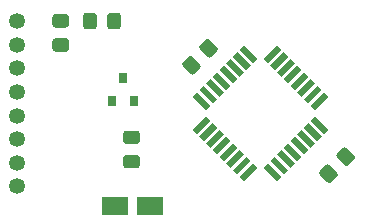
<source format=gbr>
%TF.GenerationSoftware,KiCad,Pcbnew,(5.1.9-0-10_14)*%
%TF.CreationDate,2021-08-12T09:32:14+02:00*%
%TF.ProjectId,HB-SCI-x-MSP,48422d53-4349-42d7-982d-4d53502e6b69,rev?*%
%TF.SameCoordinates,Original*%
%TF.FileFunction,Paste,Bot*%
%TF.FilePolarity,Positive*%
%FSLAX46Y46*%
G04 Gerber Fmt 4.6, Leading zero omitted, Abs format (unit mm)*
G04 Created by KiCad (PCBNEW (5.1.9-0-10_14)) date 2021-08-12 09:32:14*
%MOMM*%
%LPD*%
G01*
G04 APERTURE LIST*
%ADD10C,1.350000*%
%ADD11C,0.100000*%
%ADD12R,0.800000X0.900000*%
%ADD13R,2.200000X1.500000*%
G04 APERTURE END LIST*
D10*
%TO.C,U3*%
X62700000Y-51800000D03*
X62700000Y-37800000D03*
X62700000Y-39800000D03*
X62700000Y-41800000D03*
X62700000Y-43800000D03*
X62700000Y-45800000D03*
X62700000Y-47800000D03*
X62700000Y-49800000D03*
%TD*%
D11*
%TO.C,U1*%
G36*
X87943872Y-45344835D02*
G01*
X87554963Y-44955926D01*
X88686334Y-43824555D01*
X89075243Y-44213464D01*
X87943872Y-45344835D01*
G37*
G36*
X87378186Y-44779150D02*
G01*
X86989277Y-44390241D01*
X88120648Y-43258870D01*
X88509557Y-43647779D01*
X87378186Y-44779150D01*
G37*
G36*
X86812501Y-44213464D02*
G01*
X86423592Y-43824555D01*
X87554963Y-42693184D01*
X87943872Y-43082093D01*
X86812501Y-44213464D01*
G37*
G36*
X86246816Y-43647779D02*
G01*
X85857907Y-43258870D01*
X86989278Y-42127499D01*
X87378187Y-42516408D01*
X86246816Y-43647779D01*
G37*
G36*
X85681130Y-43082093D02*
G01*
X85292221Y-42693184D01*
X86423592Y-41561813D01*
X86812501Y-41950722D01*
X85681130Y-43082093D01*
G37*
G36*
X85115445Y-42516408D02*
G01*
X84726536Y-42127499D01*
X85857907Y-40996128D01*
X86246816Y-41385037D01*
X85115445Y-42516408D01*
G37*
G36*
X84549759Y-41950723D02*
G01*
X84160850Y-41561814D01*
X85292221Y-40430443D01*
X85681130Y-40819352D01*
X84549759Y-41950723D01*
G37*
G36*
X83984074Y-41385037D02*
G01*
X83595165Y-40996128D01*
X84726536Y-39864757D01*
X85115445Y-40253666D01*
X83984074Y-41385037D01*
G37*
G36*
X83064835Y-40996128D02*
G01*
X82675926Y-41385037D01*
X81544555Y-40253666D01*
X81933464Y-39864757D01*
X83064835Y-40996128D01*
G37*
G36*
X82499150Y-41561814D02*
G01*
X82110241Y-41950723D01*
X80978870Y-40819352D01*
X81367779Y-40430443D01*
X82499150Y-41561814D01*
G37*
G36*
X81933464Y-42127499D02*
G01*
X81544555Y-42516408D01*
X80413184Y-41385037D01*
X80802093Y-40996128D01*
X81933464Y-42127499D01*
G37*
G36*
X81367779Y-42693184D02*
G01*
X80978870Y-43082093D01*
X79847499Y-41950722D01*
X80236408Y-41561813D01*
X81367779Y-42693184D01*
G37*
G36*
X80802093Y-43258870D02*
G01*
X80413184Y-43647779D01*
X79281813Y-42516408D01*
X79670722Y-42127499D01*
X80802093Y-43258870D01*
G37*
G36*
X80236408Y-43824555D02*
G01*
X79847499Y-44213464D01*
X78716128Y-43082093D01*
X79105037Y-42693184D01*
X80236408Y-43824555D01*
G37*
G36*
X79670723Y-44390241D02*
G01*
X79281814Y-44779150D01*
X78150443Y-43647779D01*
X78539352Y-43258870D01*
X79670723Y-44390241D01*
G37*
G36*
X79105037Y-44955926D02*
G01*
X78716128Y-45344835D01*
X77584757Y-44213464D01*
X77973666Y-43824555D01*
X79105037Y-44955926D01*
G37*
G36*
X77973666Y-47395445D02*
G01*
X77584757Y-47006536D01*
X78716128Y-45875165D01*
X79105037Y-46264074D01*
X77973666Y-47395445D01*
G37*
G36*
X78539352Y-47961130D02*
G01*
X78150443Y-47572221D01*
X79281814Y-46440850D01*
X79670723Y-46829759D01*
X78539352Y-47961130D01*
G37*
G36*
X79105037Y-48526816D02*
G01*
X78716128Y-48137907D01*
X79847499Y-47006536D01*
X80236408Y-47395445D01*
X79105037Y-48526816D01*
G37*
G36*
X79670722Y-49092501D02*
G01*
X79281813Y-48703592D01*
X80413184Y-47572221D01*
X80802093Y-47961130D01*
X79670722Y-49092501D01*
G37*
G36*
X80236408Y-49658187D02*
G01*
X79847499Y-49269278D01*
X80978870Y-48137907D01*
X81367779Y-48526816D01*
X80236408Y-49658187D01*
G37*
G36*
X80802093Y-50223872D02*
G01*
X80413184Y-49834963D01*
X81544555Y-48703592D01*
X81933464Y-49092501D01*
X80802093Y-50223872D01*
G37*
G36*
X81367779Y-50789557D02*
G01*
X80978870Y-50400648D01*
X82110241Y-49269277D01*
X82499150Y-49658186D01*
X81367779Y-50789557D01*
G37*
G36*
X81933464Y-51355243D02*
G01*
X81544555Y-50966334D01*
X82675926Y-49834963D01*
X83064835Y-50223872D01*
X81933464Y-51355243D01*
G37*
G36*
X85115445Y-50966334D02*
G01*
X84726536Y-51355243D01*
X83595165Y-50223872D01*
X83984074Y-49834963D01*
X85115445Y-50966334D01*
G37*
G36*
X85681130Y-50400648D02*
G01*
X85292221Y-50789557D01*
X84160850Y-49658186D01*
X84549759Y-49269277D01*
X85681130Y-50400648D01*
G37*
G36*
X86246816Y-49834963D02*
G01*
X85857907Y-50223872D01*
X84726536Y-49092501D01*
X85115445Y-48703592D01*
X86246816Y-49834963D01*
G37*
G36*
X86812501Y-49269278D02*
G01*
X86423592Y-49658187D01*
X85292221Y-48526816D01*
X85681130Y-48137907D01*
X86812501Y-49269278D01*
G37*
G36*
X87378187Y-48703592D02*
G01*
X86989278Y-49092501D01*
X85857907Y-47961130D01*
X86246816Y-47572221D01*
X87378187Y-48703592D01*
G37*
G36*
X87943872Y-48137907D02*
G01*
X87554963Y-48526816D01*
X86423592Y-47395445D01*
X86812501Y-47006536D01*
X87943872Y-48137907D01*
G37*
G36*
X88509557Y-47572221D02*
G01*
X88120648Y-47961130D01*
X86989277Y-46829759D01*
X87378186Y-46440850D01*
X88509557Y-47572221D01*
G37*
G36*
X89075243Y-47006536D02*
G01*
X88686334Y-47395445D01*
X87554963Y-46264074D01*
X87943872Y-45875165D01*
X89075243Y-47006536D01*
G37*
%TD*%
%TO.C,R8*%
G36*
G01*
X69450000Y-37349999D02*
X69450000Y-38250001D01*
G75*
G02*
X69200001Y-38500000I-249999J0D01*
G01*
X68549999Y-38500000D01*
G75*
G02*
X68300000Y-38250001I0J249999D01*
G01*
X68300000Y-37349999D01*
G75*
G02*
X68549999Y-37100000I249999J0D01*
G01*
X69200001Y-37100000D01*
G75*
G02*
X69450000Y-37349999I0J-249999D01*
G01*
G37*
G36*
G01*
X71500000Y-37349999D02*
X71500000Y-38250001D01*
G75*
G02*
X71250001Y-38500000I-249999J0D01*
G01*
X70599999Y-38500000D01*
G75*
G02*
X70350000Y-38250001I0J249999D01*
G01*
X70350000Y-37349999D01*
G75*
G02*
X70599999Y-37100000I249999J0D01*
G01*
X71250001Y-37100000D01*
G75*
G02*
X71500000Y-37349999I0J-249999D01*
G01*
G37*
%TD*%
%TO.C,R7*%
G36*
G01*
X71949999Y-49125000D02*
X72850001Y-49125000D01*
G75*
G02*
X73100000Y-49374999I0J-249999D01*
G01*
X73100000Y-50025001D01*
G75*
G02*
X72850001Y-50275000I-249999J0D01*
G01*
X71949999Y-50275000D01*
G75*
G02*
X71700000Y-50025001I0J249999D01*
G01*
X71700000Y-49374999D01*
G75*
G02*
X71949999Y-49125000I249999J0D01*
G01*
G37*
G36*
G01*
X71949999Y-47075000D02*
X72850001Y-47075000D01*
G75*
G02*
X73100000Y-47324999I0J-249999D01*
G01*
X73100000Y-47975001D01*
G75*
G02*
X72850001Y-48225000I-249999J0D01*
G01*
X71949999Y-48225000D01*
G75*
G02*
X71700000Y-47975001I0J249999D01*
G01*
X71700000Y-47324999D01*
G75*
G02*
X71949999Y-47075000I249999J0D01*
G01*
G37*
%TD*%
D12*
%TO.C,Q1*%
X71700000Y-42600000D03*
X70750000Y-44600000D03*
X72650000Y-44600000D03*
%TD*%
D13*
%TO.C,D2*%
X71030000Y-53450000D03*
X73930000Y-53450000D03*
%TD*%
%TO.C,C3*%
G36*
G01*
X65949999Y-39250000D02*
X66850001Y-39250000D01*
G75*
G02*
X67100000Y-39499999I0J-249999D01*
G01*
X67100000Y-40150001D01*
G75*
G02*
X66850001Y-40400000I-249999J0D01*
G01*
X65949999Y-40400000D01*
G75*
G02*
X65700000Y-40150001I0J249999D01*
G01*
X65700000Y-39499999D01*
G75*
G02*
X65949999Y-39250000I249999J0D01*
G01*
G37*
G36*
G01*
X65949999Y-37200000D02*
X66850001Y-37200000D01*
G75*
G02*
X67100000Y-37449999I0J-249999D01*
G01*
X67100000Y-38100001D01*
G75*
G02*
X66850001Y-38350000I-249999J0D01*
G01*
X65949999Y-38350000D01*
G75*
G02*
X65700000Y-38100001I0J249999D01*
G01*
X65700000Y-37449999D01*
G75*
G02*
X65949999Y-37200000I249999J0D01*
G01*
G37*
%TD*%
%TO.C,C2*%
G36*
G01*
X78836396Y-40824801D02*
X78199999Y-40188404D01*
G75*
G02*
X78199999Y-39834852I176776J176776D01*
G01*
X78659620Y-39375231D01*
G75*
G02*
X79013172Y-39375231I176776J-176776D01*
G01*
X79649569Y-40011628D01*
G75*
G02*
X79649569Y-40365180I-176776J-176776D01*
G01*
X79189948Y-40824801D01*
G75*
G02*
X78836396Y-40824801I-176776J176776D01*
G01*
G37*
G36*
G01*
X77386828Y-42274369D02*
X76750431Y-41637972D01*
G75*
G02*
X76750431Y-41284420I176776J176776D01*
G01*
X77210052Y-40824799D01*
G75*
G02*
X77563604Y-40824799I176776J-176776D01*
G01*
X78200001Y-41461196D01*
G75*
G02*
X78200001Y-41814748I-176776J-176776D01*
G01*
X77740380Y-42274369D01*
G75*
G02*
X77386828Y-42274369I-176776J176776D01*
G01*
G37*
%TD*%
%TO.C,C1*%
G36*
G01*
X88986828Y-51449569D02*
X88350431Y-50813172D01*
G75*
G02*
X88350431Y-50459620I176776J176776D01*
G01*
X88810052Y-49999999D01*
G75*
G02*
X89163604Y-49999999I176776J-176776D01*
G01*
X89800001Y-50636396D01*
G75*
G02*
X89800001Y-50989948I-176776J-176776D01*
G01*
X89340380Y-51449569D01*
G75*
G02*
X88986828Y-51449569I-176776J176776D01*
G01*
G37*
G36*
G01*
X90436396Y-50000001D02*
X89799999Y-49363604D01*
G75*
G02*
X89799999Y-49010052I176776J176776D01*
G01*
X90259620Y-48550431D01*
G75*
G02*
X90613172Y-48550431I176776J-176776D01*
G01*
X91249569Y-49186828D01*
G75*
G02*
X91249569Y-49540380I-176776J-176776D01*
G01*
X90789948Y-50000001D01*
G75*
G02*
X90436396Y-50000001I-176776J176776D01*
G01*
G37*
%TD*%
M02*

</source>
